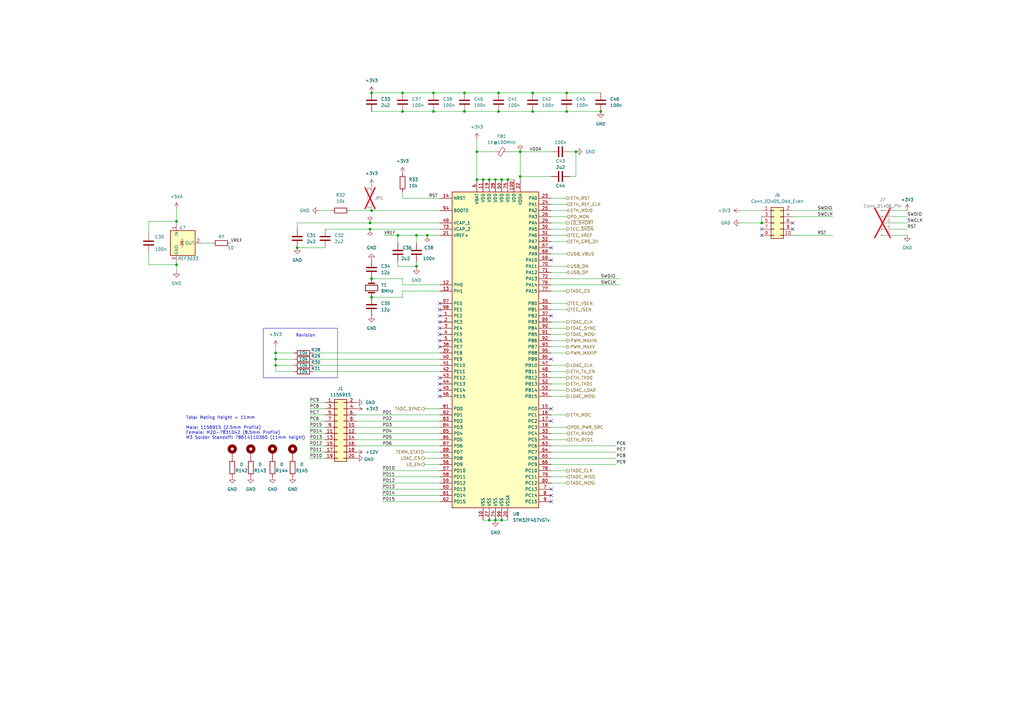
<source format=kicad_sch>
(kicad_sch (version 20230121) (generator eeschema)
  (paper "A3")
  (title_block (title "MCU") (date "2023-11-27") (rev "r0_3") (company "M-Labs Limited") (comment 1 "Linus Woo Chun Kit"))
  (lib_symbols
    (symbol "Connector:Conn_01x05_Pin" (pin_names (offset 1.016) hide)
      (property "Reference" "J" (at 0 7.62 0))
      (property "Value" "Conn_01x05_Pin" (at 0 -7.62 0))
      (symbol "Conn_01x05_Pin_1_1"
        (pin passive line (at 5.08 5.08 180) (length 3.81) (name "Pin_1") (number "1"))
        (pin passive line (at 5.08 2.54 180) (length 3.81) (name "Pin_2") (number "2"))
        (pin passive line (at 5.08 0 180) (length 3.81) (name "Pin_3") (number "3"))
        (pin passive line (at 5.08 -2.54 180) (length 3.81) (name "Pin_4") (number "4"))
        (pin passive line (at 5.08 -5.08 180) (length 3.81) (name "Pin_5") (number "5"))
      )
    )
    (symbol "Connector_Generic:Conn_02x05_Odd_Even" (pin_names (offset 1.016) hide)
      (property "Reference" "J" (at 1.27 7.62 0))
      (property "Value" "Conn_02x05_Odd_Even" (at 1.27 -7.62 0))
      (symbol "Conn_02x05_Odd_Even_1_1"
        (pin passive line (at -5.08 5.08 0) (length 3.81) (name "Pin_1") (number "1"))
        (pin passive line (at 7.62 -5.08 180) (length 3.81) (name "Pin_10") (number "10"))
        (pin passive line (at 7.62 5.08 180) (length 3.81) (name "Pin_2") (number "2"))
        (pin passive line (at -5.08 2.54 0) (length 3.81) (name "Pin_3") (number "3"))
        (pin passive line (at 7.62 2.54 180) (length 3.81) (name "Pin_4") (number "4"))
        (pin passive line (at -5.08 0 0) (length 3.81) (name "Pin_5") (number "5"))
        (pin passive line (at 7.62 0 180) (length 3.81) (name "Pin_6") (number "6"))
        (pin passive line (at -5.08 -2.54 0) (length 3.81) (name "Pin_7") (number "7"))
        (pin passive line (at 7.62 -2.54 180) (length 3.81) (name "Pin_8") (number "8"))
        (pin passive line (at -5.08 -5.08 0) (length 3.81) (name "Pin_9") (number "9"))
      )
    )
    (symbol "Connector_Generic:Conn_02x10_Odd_Even" (pin_names (offset 1.016) hide)
      (property "Reference" "J" (at 1.27 12.7 0))
      (property "Value" "Conn_02x10_Odd_Even" (at 1.27 -15.24 0))
      (symbol "Conn_02x10_Odd_Even_1_1"
        (pin passive line (at -5.08 10.16 0) (length 3.81) (name "Pin_1") (number "1"))
        (pin passive line (at 7.62 0 180) (length 3.81) (name "Pin_10") (number "10"))
        (pin passive line (at -5.08 -2.54 0) (length 3.81) (name "Pin_11") (number "11"))
        (pin passive line (at 7.62 -2.54 180) (length 3.81) (name "Pin_12") (number "12"))
        (pin passive line (at -5.08 -5.08 0) (length 3.81) (name "Pin_13") (number "13"))
        (pin passive line (at 7.62 -5.08 180) (length 3.81) (name "Pin_14") (number "14"))
        (pin passive line (at -5.08 -7.62 0) (length 3.81) (name "Pin_15") (number "15"))
        (pin passive line (at 7.62 -7.62 180) (length 3.81) (name "Pin_16") (number "16"))
        (pin passive line (at -5.08 -10.16 0) (length 3.81) (name "Pin_17") (number "17"))
        (pin passive line (at 7.62 -10.16 180) (length 3.81) (name "Pin_18") (number "18"))
        (pin passive line (at -5.08 -12.7 0) (length 3.81) (name "Pin_19") (number "19"))
        (pin passive line (at 7.62 10.16 180) (length 3.81) (name "Pin_2") (number "2"))
        (pin passive line (at 7.62 -12.7 180) (length 3.81) (name "Pin_20") (number "20"))
        (pin passive line (at -5.08 7.62 0) (length 3.81) (name "Pin_3") (number "3"))
        (pin passive line (at 7.62 7.62 180) (length 3.81) (name "Pin_4") (number "4"))
        (pin passive line (at -5.08 5.08 0) (length 3.81) (name "Pin_5") (number "5"))
        (pin passive line (at 7.62 5.08 180) (length 3.81) (name "Pin_6") (number "6"))
        (pin passive line (at -5.08 2.54 0) (length 3.81) (name "Pin_7") (number "7"))
        (pin passive line (at 7.62 2.54 180) (length 3.81) (name "Pin_8") (number "8"))
        (pin passive line (at -5.08 0 0) (length 3.81) (name "Pin_9") (number "9"))
      )
    )
    (symbol "Device:C" (pin_numbers hide) (pin_names (offset 0.254))
      (property "Reference" "C" (at 0.635 2.54 0))
      (property "Value" "C" (at 0.635 -2.54 0))
      (symbol "C_1_1"
        (pin passive line (at 0 3.81 270) (length 2.794) (name "~") (number "1"))
        (pin passive line (at 0 -3.81 90) (length 2.794) (name "~") (number "2"))
      )
    )
    (symbol "Device:Crystal" (pin_numbers hide) (pin_names (offset 1.016) hide)
      (property "Reference" "Y" (at 0 3.81 0))
      (property "Value" "Crystal" (at 0 -3.81 0))
      (symbol "Crystal_1_1"
        (pin passive line (at -3.81 0 0) (length 1.27) (name "1") (number "1"))
        (pin passive line (at 3.81 0 180) (length 1.27) (name "2") (number "2"))
      )
    )
    (symbol "Device:FerriteBead_Small" (pin_numbers hide) (pin_names (offset 0))
      (property "Reference" "FB" (at 1.905 1.27 0))
      (property "Value" "FerriteBead_Small" (at 1.905 -1.27 0))
      (symbol "FerriteBead_Small_1_1"
        (pin passive line (at 0 2.54 270) (length 1.27) (name "~") (number "1"))
        (pin passive line (at 0 -2.54 90) (length 1.27) (name "~") (number "2"))
      )
    )
    (symbol "Device:R" (pin_numbers hide) (pin_names (offset 0))
      (property "Reference" "R" (at 2.032 0 90))
      (property "Value" "R" (at 0 0 90))
      (symbol "R_1_1"
        (pin passive line (at 0 3.81 270) (length 1.27) (name "~") (number "1"))
        (pin passive line (at 0 -3.81 90) (length 1.27) (name "~") (number "2"))
      )
    )
    (symbol "Jumper:Jumper_2_Open" (pin_names (offset 0) hide)
      (property "Reference" "JP" (at 0 2.794 0))
      (property "Value" "Jumper_2_Open" (at 0 -2.286 0))
      (symbol "Jumper_2_Open_1_1"
        (pin passive line (at -5.08 0 0) (length 2.54) (name "A") (number "1"))
        (pin passive line (at 5.08 0 180) (length 2.54) (name "B") (number "2"))
      )
    )
    (symbol "MCU_ST_STM32F4:STM32F407VGTx"
      (property "Reference" "U" (at -17.78 64.77 0))
      (property "Value" "STM32F407VGTx" (at 12.7 64.77 0))
      (symbol "STM32F407VGTx_1_1"
        (pin bidirectional line (at -22.86 12.7 0) (length 5.08) (name "PE2") (number "1"))
        (pin power_in line (at -5.08 -71.12 90) (length 5.08) (name "VSS") (number "10"))
        (pin power_in line (at 7.62 68.58 270) (length 5.08) (name "VDD") (number "100"))
        (pin power_in line (at -5.08 68.58 270) (length 5.08) (name "VDD") (number "11"))
        (pin input line (at -22.86 25.4 0) (length 5.08) (name "PH0") (number "12"))
        (pin input line (at -22.86 22.86 0) (length 5.08) (name "PH1") (number "13"))
        (pin input line (at -22.86 60.96 0) (length 5.08) (name "NRST") (number "14"))
        (pin bidirectional line (at 22.86 -25.4 180) (length 5.08) (name "PC0") (number "15"))
        (pin bidirectional line (at 22.86 -27.94 180) (length 5.08) (name "PC1") (number "16"))
        (pin bidirectional line (at 22.86 -30.48 180) (length 5.08) (name "PC2") (number "17"))
        (pin bidirectional line (at 22.86 -33.02 180) (length 5.08) (name "PC3") (number "18"))
        (pin power_in line (at -2.54 68.58 270) (length 5.08) (name "VDD") (number "19"))
        (pin bidirectional line (at -22.86 10.16 0) (length 5.08) (name "PE3") (number "2"))
        (pin power_in line (at 5.08 -71.12 90) (length 5.08) (name "VSSA") (number "20"))
        (pin power_in line (at -22.86 45.72 0) (length 5.08) (name "VREF+") (number "21"))
        (pin power_in line (at 10.16 68.58 270) (length 5.08) (name "VDDA") (number "22"))
        (pin bidirectional line (at 22.86 60.96 180) (length 5.08) (name "PA0") (number "23"))
        (pin bidirectional line (at 22.86 58.42 180) (length 5.08) (name "PA1") (number "24"))
        (pin bidirectional line (at 22.86 55.88 180) (length 5.08) (name "PA2") (number "25"))
        (pin bidirectional line (at 22.86 53.34 180) (length 5.08) (name "PA3") (number "26"))
        (pin power_in line (at -2.54 -71.12 90) (length 5.08) (name "VSS") (number "27"))
        (pin power_in line (at 0 68.58 270) (length 5.08) (name "VDD") (number "28"))
        (pin bidirectional line (at 22.86 50.8 180) (length 5.08) (name "PA4") (number "29"))
        (pin bidirectional line (at -22.86 7.62 0) (length 5.08) (name "PE4") (number "3"))
        (pin bidirectional line (at 22.86 48.26 180) (length 5.08) (name "PA5") (number "30"))
        (pin bidirectional line (at 22.86 45.72 180) (length 5.08) (name "PA6") (number "31"))
        (pin bidirectional line (at 22.86 43.18 180) (length 5.08) (name "PA7") (number "32"))
        (pin bidirectional line (at 22.86 -35.56 180) (length 5.08) (name "PC4") (number "33"))
        (pin bidirectional line (at 22.86 -38.1 180) (length 5.08) (name "PC5") (number "34"))
        (pin bidirectional line (at 22.86 17.78 180) (length 5.08) (name "PB0") (number "35"))
        (pin bidirectional line (at 22.86 15.24 180) (length 5.08) (name "PB1") (number "36"))
        (pin bidirectional line (at 22.86 12.7 180) (length 5.08) (name "PB2") (number "37"))
        (pin bidirectional line (at -22.86 0 0) (length 5.08) (name "PE7") (number "38"))
        (pin bidirectional line (at -22.86 -2.54 0) (length 5.08) (name "PE8") (number "39"))
        (pin bidirectional line (at -22.86 5.08 0) (length 5.08) (name "PE5") (number "4"))
        (pin bidirectional line (at -22.86 -5.08 0) (length 5.08) (name "PE9") (number "40"))
        (pin bidirectional line (at -22.86 -7.62 0) (length 5.08) (name "PE10") (number "41"))
        (pin bidirectional line (at -22.86 -10.16 0) (length 5.08) (name "PE11") (number "42"))
        (pin bidirectional line (at -22.86 -12.7 0) (length 5.08) (name "PE12") (number "43"))
        (pin bidirectional line (at -22.86 -15.24 0) (length 5.08) (name "PE13") (number "44"))
        (pin bidirectional line (at -22.86 -17.78 0) (length 5.08) (name "PE14") (number "45"))
        (pin bidirectional line (at -22.86 -20.32 0) (length 5.08) (name "PE15") (number "46"))
        (pin bidirectional line (at 22.86 -7.62 180) (length 5.08) (name "PB10") (number "47"))
        (pin bidirectional line (at 22.86 -10.16 180) (length 5.08) (name "PB11") (number "48"))
        (pin power_in line (at -22.86 50.8 0) (length 5.08) (name "VCAP_1") (number "49"))
        (pin bidirectional line (at -22.86 2.54 0) (length 5.08) (name "PE6") (number "5"))
        (pin power_in line (at 2.54 68.58 270) (length 5.08) (name "VDD") (number "50"))
        (pin bidirectional line (at 22.86 -12.7 180) (length 5.08) (name "PB12") (number "51"))
        (pin bidirectional line (at 22.86 -15.24 180) (length 5.08) (name "PB13") (number "52"))
        (pin bidirectional line (at 22.86 -17.78 180) (length 5.08) (name "PB14") (number "53"))
        (pin bidirectional line (at 22.86 -20.32 180) (length 5.08) (name "PB15") (number "54"))
        (pin bidirectional line (at -22.86 -45.72 0) (length 5.08) (name "PD8") (number "55"))
        (pin bidirectional line (at -22.86 -48.26 0) (length 5.08) (name "PD9") (number "56"))
        (pin bidirectional line (at -22.86 -50.8 0) (length 5.08) (name "PD10") (number "57"))
        (pin bidirectional line (at -22.86 -53.34 0) (length 5.08) (name "PD11") (number "58"))
        (pin bidirectional line (at -22.86 -55.88 0) (length 5.08) (name "PD12") (number "59"))
        (pin power_in line (at -7.62 68.58 270) (length 5.08) (name "VBAT") (number "6"))
        (pin bidirectional line (at -22.86 -58.42 0) (length 5.08) (name "PD13") (number "60"))
        (pin bidirectional line (at -22.86 -60.96 0) (length 5.08) (name "PD14") (number "61"))
        (pin bidirectional line (at -22.86 -63.5 0) (length 5.08) (name "PD15") (number "62"))
        (pin bidirectional line (at 22.86 -40.64 180) (length 5.08) (name "PC6") (number "63"))
        (pin bidirectional line (at 22.86 -43.18 180) (length 5.08) (name "PC7") (number "64"))
        (pin bidirectional line (at 22.86 -45.72 180) (length 5.08) (name "PC8") (number "65"))
        (pin bidirectional line (at 22.86 -48.26 180) (length 5.08) (name "PC9") (number "66"))
        (pin bidirectional line (at 22.86 40.64 180) (length 5.08) (name "PA8") (number "67"))
        (pin bidirectional line (at 22.86 38.1 180) (length 5.08) (name "PA9") (number "68"))
        (pin bidirectional line (at 22.86 35.56 180) (length 5.08) (name "PA10") (number "69"))
        (pin bidirectional line (at 22.86 -58.42 180) (length 5.08) (name "PC13") (number "7"))
        (pin bidirectional line (at 22.86 33.02 180) (length 5.08) (name "PA11") (number "70"))
        (pin bidirectional line (at 22.86 30.48 180) (length 5.08) (name "PA12") (number "71"))
        (pin bidirectional line (at 22.86 27.94 180) (length 5.08) (name "PA13") (number "72"))
        (pin power_in line (at -22.86 48.26 0) (length 5.08) (name "VCAP_2") (number "73"))
        (pin power_in line (at 0 -71.12 90) (length 5.08) (name "VSS") (number "74"))
        (pin power_in line (at 5.08 68.58 270) (length 5.08) (name "VDD") (number "75"))
        (pin bidirectional line (at 22.86 25.4 180) (length 5.08) (name "PA14") (number "76"))
        (pin bidirectional line (at 22.86 22.86 180) (length 5.08) (name "PA15") (number "77"))
        (pin bidirectional line (at 22.86 -50.8 180) (length 5.08) (name "PC10") (number "78"))
        (pin bidirectional line (at 22.86 -53.34 180) (length 5.08) (name "PC11") (number "79"))
        (pin bidirectional line (at 22.86 -60.96 180) (length 5.08) (name "PC14") (number "8"))
        (pin bidirectional line (at 22.86 -55.88 180) (length 5.08) (name "PC12") (number "80"))
        (pin bidirectional line (at -22.86 -25.4 0) (length 5.08) (name "PD0") (number "81"))
        (pin bidirectional line (at -22.86 -27.94 0) (length 5.08) (name "PD1") (number "82"))
        (pin bidirectional line (at -22.86 -30.48 0) (length 5.08) (name "PD2") (number "83"))
        (pin bidirectional line (at -22.86 -33.02 0) (length 5.08) (name "PD3") (number "84"))
        (pin bidirectional line (at -22.86 -35.56 0) (length 5.08) (name "PD4") (number "85"))
        (pin bidirectional line (at -22.86 -38.1 0) (length 5.08) (name "PD5") (number "86"))
        (pin bidirectional line (at -22.86 -40.64 0) (length 5.08) (name "PD6") (number "87"))
        (pin bidirectional line (at -22.86 -43.18 0) (length 5.08) (name "PD7") (number "88"))
        (pin bidirectional line (at 22.86 10.16 180) (length 5.08) (name "PB3") (number "89"))
        (pin bidirectional line (at 22.86 -63.5 180) (length 5.08) (name "PC15") (number "9"))
        (pin bidirectional line (at 22.86 7.62 180) (length 5.08) (name "PB4") (number "90"))
        (pin bidirectional line (at 22.86 5.08 180) (length 5.08) (name "PB5") (number "91"))
        (pin bidirectional line (at 22.86 2.54 180) (length 5.08) (name "PB6") (number "92"))
        (pin bidirectional line (at 22.86 0 180) (length 5.08) (name "PB7") (number "93"))
        (pin input line (at -22.86 55.88 0) (length 5.08) (name "BOOT0") (number "94"))
        (pin bidirectional line (at 22.86 -2.54 180) (length 5.08) (name "PB8") (number "95"))
        (pin bidirectional line (at 22.86 -5.08 180) (length 5.08) (name "PB9") (number "96"))
        (pin bidirectional line (at -22.86 17.78 0) (length 5.08) (name "PE0") (number "97"))
        (pin bidirectional line (at -22.86 15.24 0) (length 5.08) (name "PE1") (number "98"))
        (pin power_in line (at 2.54 -71.12 90) (length 5.08) (name "VSS") (number "99"))
      )
    )
    (symbol "Mechanical:MountingHole_Pad" (pin_numbers hide) (pin_names (offset 1.016) hide)
      (property "Reference" "H" (at 0 6.35 0))
      (property "Value" "MountingHole_Pad" (at 0 4.445 0))
      (symbol "MountingHole_Pad_1_1"
        (pin input line (at 0 -2.54 90) (length 2.54) (name "1") (number "1"))
      )
    )
    (symbol "Reference_Voltage:REF3033" (pin_names (offset 0.254))
      (property "Reference" "U" (at 0 6.35 0))
      (property "Value" "REF3033" (at 2.54 -6.35 0))
      (symbol "REF3033_1_1"
        (pin power_in line (at -2.54 7.62 270) (length 2.54) (name "IN") (number "1"))
        (pin power_out line (at 7.62 0 180) (length 2.54) (name "OUT") (number "2"))
        (pin power_in line (at -2.54 -7.62 90) (length 2.54) (name "GND") (number "3"))
      )
    )
    (symbol "power:+12V" (power) (pin_names (offset 0))
      (property "Value" "+12V" (at 0 3.556 0))
      (symbol "+12V_1_1"
        (pin power_in line (at 0 0 90) (length 0) hide (name "+12V") (number "1"))
      )
    )
    (symbol "power:+3V3" (power) (pin_names (offset 0))
      (property "Value" "+3V3" (at 0 3.556 0))
      (symbol "+3V3_1_1"
        (pin power_in line (at 0 0 90) (length 0) hide (name "+3V3") (number "1"))
      )
    )
    (symbol "power:+5VA" (power) (pin_names (offset 0))
      (property "Value" "+5VA" (at 0 3.556 0))
      (symbol "+5VA_1_1"
        (pin power_in line (at 0 0 90) (length 0) hide (name "+5VA") (number "1"))
      )
    )
    (symbol "power:GND" (power) (pin_names (offset 0))
      (property "Value" "GND" (at 0 -3.81 0))
      (symbol "GND_1_1"
        (pin power_in line (at 0 0 270) (length 0) hide (name "GND") (number "1"))
      )
    )
    (symbol "power:PWR_FLAG" (power) (pin_numbers hide) (pin_names (offset 0) hide)
      (property "Value" "PWR_FLAG" (at 0 3.81 0))
      (symbol "PWR_FLAG_0_0"
        (pin power_out line (at 0 0 90) (length 0) (name "pwr") (number "1"))
      )
    )
  )
  (junction (at 165.1 38.1))
  (junction (at 152.4 114.3))
  (junction (at 198.12 73.66))
  (junction (at 205.74 213.36))
  (junction (at 177.8 38.1))
  (junction (at 213.36 72.39))
  (junction (at 236.22 62.23))
  (junction (at 152.4 38.1))
  (junction (at 195.58 73.66))
  (junction (at 121.92 101.6))
  (junction (at 72.39 90.805))
  (junction (at 200.66 73.66))
  (junction (at 170.815 96.52))
  (junction (at 203.2 213.36))
  (junction (at 151.765 91.44))
  (junction (at 175.26 96.52))
  (junction (at 204.47 38.1))
  (junction (at 152.4 86.36))
  (junction (at 177.8 45.72))
  (junction (at 232.41 45.72))
  (junction (at 200.66 213.36))
  (junction (at 208.28 73.66))
  (junction (at 113.03 144.78))
  (junction (at 190.5 45.72))
  (junction (at 165.1 45.72))
  (junction (at 203.2 73.66))
  (junction (at 232.41 38.1))
  (junction (at 213.36 62.23))
  (junction (at 170.815 109.22))
  (junction (at 190.5 38.1))
  (junction (at 204.47 45.72))
  (junction (at 113.03 147.32))
  (junction (at 218.44 38.1))
  (junction (at 246.38 45.72))
  (junction (at 151.765 93.98))
  (junction (at 205.74 73.66))
  (junction (at 152.4 121.92))
  (junction (at 195.58 62.23))
  (junction (at 312.42 91.44))
  (junction (at 218.44 45.72))
  (junction (at 72.39 108.585))
  (junction (at 113.03 149.86))
  (junction (at 163.195 96.52))
  (no_connect (at 312.42 96.52))
  (no_connect (at 325.12 93.98))
  (no_connect (at 325.12 91.44))
  (no_connect (at 180.34 157.48))
  (no_connect (at 180.34 154.94))
  (no_connect (at 312.42 93.98))
  (no_connect (at 226.06 172.72))
  (no_connect (at 226.06 101.6))
  (no_connect (at 226.06 200.66))
  (no_connect (at 226.06 203.2))
  (no_connect (at 226.06 205.74))
  (no_connect (at 226.06 106.68))
  (no_connect (at 226.06 129.54))
  (no_connect (at 180.34 129.54))
  (no_connect (at 180.34 124.46))
  (no_connect (at 180.34 127))
  (no_connect (at 226.06 147.32))
  (no_connect (at 226.06 167.64))
  (no_connect (at 180.34 162.56))
  (no_connect (at 180.34 160.02))
  (no_connect (at 180.34 132.08))
  (no_connect (at 180.34 134.62))
  (no_connect (at 180.34 137.16))
  (no_connect (at 180.34 139.7))
  (no_connect (at 180.34 142.24))
  (wire (pts (xy 226.06 180.34) (xy 232.41 180.34)))
  (wire (pts (xy 156.845 205.74) (xy 180.34 205.74)))
  (wire (pts (xy 226.06 170.18) (xy 232.41 170.18)))
  (wire (pts (xy 226.06 160.02) (xy 232.41 160.02)))
  (wire (pts (xy 226.06 99.06) (xy 232.41 99.06)))
  (wire (pts (xy 165.1 116.84) (xy 180.34 116.84)))
  (wire (pts (xy 226.06 104.14) (xy 232.41 104.14)))
  (wire (pts (xy 170.815 109.22) (xy 170.815 109.855)))
  (wire (pts (xy 127 175.26) (xy 133.35 175.26)))
  (wire (pts (xy 156.845 203.2) (xy 180.34 203.2)))
  (wire (pts (xy 72.39 85.725) (xy 72.39 90.805)))
  (wire (pts (xy 226.06 86.36) (xy 232.41 86.36)))
  (polyline (pts (xy 107.95 154.94) (xy 138.43 154.94)))
  (wire (pts (xy 127 167.64) (xy 133.35 167.64)))
  (wire (pts (xy 175.26 96.52) (xy 180.34 96.52)))
  (wire (pts (xy 372.11 91.44) (xy 366.395 91.44)))
  (wire (pts (xy 198.12 213.36) (xy 200.66 213.36)))
  (wire (pts (xy 218.44 45.72) (xy 232.41 45.72)))
  (wire (pts (xy 312.42 88.9) (xy 312.42 91.44)))
  (wire (pts (xy 165.1 81.28) (xy 180.34 81.28)))
  (wire (pts (xy 233.68 72.39) (xy 236.22 72.39)))
  (wire (pts (xy 146.05 180.34) (xy 180.34 180.34)))
  (wire (pts (xy 146.05 172.72) (xy 180.34 172.72)))
  (wire (pts (xy 72.39 108.585) (xy 60.96 108.585)))
  (wire (pts (xy 372.11 96.52) (xy 366.395 96.52)))
  (wire (pts (xy 195.58 62.23) (xy 203.2 62.23)))
  (wire (pts (xy 121.92 101.6) (xy 133.35 101.6)))
  (wire (pts (xy 170.815 96.52) (xy 170.815 99.695)))
  (wire (pts (xy 173.99 187.96) (xy 180.34 187.96)))
  (wire (pts (xy 325.12 96.52) (xy 341.63 96.52)))
  (wire (pts (xy 203.2 213.36) (xy 205.74 213.36)))
  (wire (pts (xy 226.06 139.7) (xy 232.41 139.7)))
  (polyline (pts (xy 138.43 154.94) (xy 138.43 134.62)))
  (wire (pts (xy 127 185.42) (xy 133.35 185.42)))
  (wire (pts (xy 226.06 116.84) (xy 254 116.84)))
  (wire (pts (xy 204.47 38.1) (xy 218.44 38.1)))
  (wire (pts (xy 113.03 152.4) (xy 120.65 152.4)))
  (wire (pts (xy 151.765 91.44) (xy 180.34 91.44)))
  (wire (pts (xy 128.27 149.86) (xy 180.34 149.86)))
  (wire (pts (xy 170.815 107.315) (xy 170.815 109.22)))
  (wire (pts (xy 113.03 149.86) (xy 120.65 149.86)))
  (wire (pts (xy 152.4 45.72) (xy 165.1 45.72)))
  (wire (pts (xy 127 165.1) (xy 133.35 165.1)))
  (wire (pts (xy 128.27 147.32) (xy 180.34 147.32)))
  (wire (pts (xy 72.39 107.315) (xy 72.39 108.585)))
  (wire (pts (xy 165.1 119.38) (xy 165.1 121.92)))
  (wire (pts (xy 208.28 62.23) (xy 213.36 62.23)))
  (wire (pts (xy 146.05 170.18) (xy 180.34 170.18)))
  (wire (pts (xy 127 172.72) (xy 133.35 172.72)))
  (wire (pts (xy 156.845 193.04) (xy 180.34 193.04)))
  (wire (pts (xy 133.35 93.98) (xy 151.765 93.98)))
  (wire (pts (xy 226.06 177.8) (xy 232.41 177.8)))
  (wire (pts (xy 226.06 193.04) (xy 232.41 193.04)))
  (wire (pts (xy 165.1 81.28) (xy 165.1 78.74)))
  (wire (pts (xy 72.39 90.805) (xy 72.39 92.075)))
  (wire (pts (xy 127 180.34) (xy 133.35 180.34)))
  (wire (pts (xy 113.03 147.32) (xy 113.03 149.86)))
  (wire (pts (xy 372.11 93.98) (xy 366.395 93.98)))
  (wire (pts (xy 226.06 154.94) (xy 232.41 154.94)))
  (wire (pts (xy 156.845 195.58) (xy 180.34 195.58)))
  (wire (pts (xy 213.36 62.23) (xy 213.36 72.39)))
  (wire (pts (xy 226.06 111.76) (xy 232.41 111.76)))
  (wire (pts (xy 226.06 134.62) (xy 232.41 134.62)))
  (wire (pts (xy 127 187.96) (xy 133.35 187.96)))
  (wire (pts (xy 226.06 182.88) (xy 252.73 182.88)))
  (wire (pts (xy 226.06 187.96) (xy 252.73 187.96)))
  (wire (pts (xy 226.06 149.86) (xy 232.41 149.86)))
  (wire (pts (xy 82.55 99.695) (xy 86.995 99.695)))
  (wire (pts (xy 226.06 137.16) (xy 232.41 137.16)))
  (wire (pts (xy 226.06 185.42) (xy 252.73 185.42)))
  (wire (pts (xy 226.06 93.98) (xy 232.41 93.98)))
  (wire (pts (xy 177.8 38.1) (xy 190.5 38.1)))
  (wire (pts (xy 200.66 213.36) (xy 203.2 213.36)))
  (wire (pts (xy 127 177.8) (xy 133.35 177.8)))
  (wire (pts (xy 372.11 88.9) (xy 366.395 88.9)))
  (wire (pts (xy 203.2 73.66) (xy 205.74 73.66)))
  (wire (pts (xy 195.58 62.23) (xy 195.58 73.66)))
  (wire (pts (xy 233.68 62.23) (xy 236.22 62.23)))
  (wire (pts (xy 157.48 96.52) (xy 163.195 96.52)))
  (wire (pts (xy 146.05 182.88) (xy 180.34 182.88)))
  (wire (pts (xy 177.8 45.72) (xy 190.5 45.72)))
  (wire (pts (xy 163.195 109.22) (xy 163.195 107.315)))
  (wire (pts (xy 226.06 190.5) (xy 252.73 190.5)))
  (wire (pts (xy 146.05 175.26) (xy 180.34 175.26)))
  (wire (pts (xy 226.06 198.12) (xy 232.41 198.12)))
  (wire (pts (xy 232.41 38.1) (xy 246.38 38.1)))
  (wire (pts (xy 195.58 73.66) (xy 198.12 73.66)))
  (wire (pts (xy 213.36 62.23) (xy 226.06 62.23)))
  (wire (pts (xy 165.1 121.92) (xy 152.4 121.92)))
  (wire (pts (xy 113.03 144.78) (xy 113.03 147.32)))
  (wire (pts (xy 152.4 86.36) (xy 180.34 86.36)))
  (wire (pts (xy 198.12 73.66) (xy 200.66 73.66)))
  (wire (pts (xy 113.03 144.78) (xy 120.65 144.78)))
  (wire (pts (xy 113.03 149.86) (xy 113.03 152.4)))
  (wire (pts (xy 213.36 72.39) (xy 213.36 73.66)))
  (wire (pts (xy 226.06 124.46) (xy 232.41 124.46)))
  (wire (pts (xy 226.06 152.4) (xy 232.41 152.4)))
  (wire (pts (xy 325.12 86.36) (xy 341.63 86.36)))
  (polyline (pts (xy 107.95 134.62) (xy 107.95 154.94)))
  (wire (pts (xy 226.06 195.58) (xy 232.41 195.58)))
  (wire (pts (xy 156.845 198.12) (xy 180.34 198.12)))
  (wire (pts (xy 163.195 96.52) (xy 170.815 96.52)))
  (wire (pts (xy 113.03 147.32) (xy 120.65 147.32)))
  (wire (pts (xy 208.28 73.66) (xy 210.82 73.66)))
  (wire (pts (xy 165.1 45.72) (xy 177.8 45.72)))
  (wire (pts (xy 173.99 185.42) (xy 180.34 185.42)))
  (wire (pts (xy 165.1 119.38) (xy 180.34 119.38)))
  (wire (pts (xy 226.06 142.24) (xy 232.41 142.24)))
  (wire (pts (xy 372.11 86.36) (xy 366.395 86.36)))
  (wire (pts (xy 165.1 116.84) (xy 165.1 114.3)))
  (wire (pts (xy 226.06 132.08) (xy 232.41 132.08)))
  (wire (pts (xy 121.92 93.98) (xy 121.92 91.44)))
  (wire (pts (xy 213.36 72.39) (xy 226.06 72.39)))
  (wire (pts (xy 236.22 72.39) (xy 236.22 62.23)))
  (wire (pts (xy 205.74 73.66) (xy 208.28 73.66)))
  (wire (pts (xy 226.06 109.22) (xy 232.41 109.22)))
  (wire (pts (xy 113.03 142.24) (xy 113.03 144.78)))
  (wire (pts (xy 156.845 200.66) (xy 180.34 200.66)))
  (wire (pts (xy 163.195 99.695) (xy 163.195 96.52)))
  (wire (pts (xy 303.53 91.44) (xy 312.42 91.44)))
  (wire (pts (xy 218.44 38.1) (xy 232.41 38.1)))
  (wire (pts (xy 226.06 175.26) (xy 232.41 175.26)))
  (wire (pts (xy 226.06 88.9) (xy 232.41 88.9)))
  (wire (pts (xy 60.96 95.885) (xy 60.96 90.805)))
  (wire (pts (xy 232.41 45.72) (xy 246.38 45.72)))
  (wire (pts (xy 226.06 96.52) (xy 232.41 96.52)))
  (wire (pts (xy 195.58 57.15) (xy 195.58 62.23)))
  (wire (pts (xy 226.06 119.38) (xy 232.41 119.38)))
  (wire (pts (xy 173.99 190.5) (xy 180.34 190.5)))
  (wire (pts (xy 72.39 108.585) (xy 72.39 111.125)))
  (wire (pts (xy 190.5 38.1) (xy 204.47 38.1)))
  (wire (pts (xy 165.1 38.1) (xy 177.8 38.1)))
  (wire (pts (xy 152.4 38.1) (xy 165.1 38.1)))
  (wire (pts (xy 204.47 45.72) (xy 218.44 45.72)))
  (wire (pts (xy 60.96 90.805) (xy 72.39 90.805)))
  (wire (pts (xy 170.815 109.22) (xy 163.195 109.22)))
  (wire (pts (xy 226.06 127) (xy 232.41 127)))
  (wire (pts (xy 226.06 81.28) (xy 232.41 81.28)))
  (wire (pts (xy 226.06 83.82) (xy 232.41 83.82)))
  (wire (pts (xy 151.765 93.98) (xy 180.34 93.98)))
  (wire (pts (xy 205.74 213.36) (xy 208.28 213.36)))
  (wire (pts (xy 303.53 86.36) (xy 312.42 86.36)))
  (wire (pts (xy 226.06 144.78) (xy 232.41 144.78)))
  (wire (pts (xy 165.1 114.3) (xy 152.4 114.3)))
  (polyline (pts (xy 107.95 134.62) (xy 138.43 134.62)))
  (wire (pts (xy 143.51 86.36) (xy 152.4 86.36)))
  (wire (pts (xy 226.06 91.44) (xy 232.41 91.44)))
  (wire (pts (xy 130.81 86.36) (xy 135.89 86.36)))
  (wire (pts (xy 121.92 91.44) (xy 151.765 91.44)))
  (wire (pts (xy 226.06 162.56) (xy 232.41 162.56)))
  (wire (pts (xy 190.5 45.72) (xy 204.47 45.72)))
  (wire (pts (xy 127 182.88) (xy 133.35 182.88)))
  (wire (pts (xy 170.815 96.52) (xy 175.26 96.52)))
  (wire (pts (xy 128.27 144.78) (xy 180.34 144.78)))
  (wire (pts (xy 226.06 114.3) (xy 254 114.3)))
  (wire (pts (xy 226.06 157.48) (xy 232.41 157.48)))
  (wire (pts (xy 60.96 108.585) (xy 60.96 103.505)))
  (wire (pts (xy 127 170.18) (xy 133.35 170.18)))
  (wire (pts (xy 146.05 177.8) (xy 180.34 177.8)))
  (wire (pts (xy 325.12 88.9) (xy 341.63 88.9)))
  (wire (pts (xy 173.99 167.64) (xy 180.34 167.64)))
  (wire (pts (xy 128.27 152.4) (xy 180.34 152.4)))
  (wire (pts (xy 200.66 73.66) (xy 203.2 73.66)))
  (text "Revision\n" (at 121.285 138.43 0) (effects (font (size 1.27 1.27)) (justify left bottom)))
  (text "Total Mating Height = 11mm\n\nMale: 1156915 (2.5mm Profile)\nFemale: M20-7831042 (8.5mm Profile)\nM3 Solder Standoff: 78614110360 (11mm height)\n" (at 76.2 180.34 0) (effects (font (size 1.27 1.27)) (justify left bottom)))
  (label "SWCLK" (at 372.11 91.44 0))
  (label "RST" (at 372.11 93.98 0))
  (label "SWDIO" (at 246.38 114.3 0))
  (label "SWCLK" (at 335.28 88.9 0))
  (label "PD11" (at 156.845 195.58 0))
  (label "PD10" (at 127 187.96 0))
  (label "PD15" (at 127 175.26 0))
  (label "PD4" (at 156.845 177.8 0))
  (label "PD10" (at 156.845 193.04 0))
  (label "SWDIO" (at 372.11 88.9 0))
  (label "SWDIO" (at 335.28 86.36 0))
  (label "PD13" (at 127 180.34 0))
  (label "VREF" (at 157.48 96.52 0))
  (label "PC7" (at 127 170.18 0))
  (label "VDDA" (at 217.17 62.23 0))
  (label "PD11" (at 127 185.42 0))
  (label "RST" (at 335.28 96.52 0))
  (label "PC8" (at 127 167.64 0))
  (label "PD12" (at 127 182.88 0))
  (label "PD6" (at 156.845 182.88 0))
  (label "PD15" (at 156.845 205.74 0))
  (label "VREF" (at 94.615 99.695 0))
  (label "PD13" (at 156.845 200.66 0))
  (label "PD14" (at 156.845 203.2 0))
  (label "PC6" (at 252.73 182.88 0))
  (label "PD12" (at 156.845 198.12 0))
  (label "PD3" (at 156.845 175.26 0))
  (label "PD5" (at 156.845 180.34 0))
  (label "PD14" (at 127 177.8 0))
  (label "PC9" (at 252.73 190.5 0))
  (label "PC6" (at 127 172.72 0))
  (label "PC8" (at 252.73 187.96 0))
  (label "SWCLK" (at 246.38 116.84 0))
  (label "RST" (at 175.895 81.28 0))
  (label "PD1" (at 156.845 170.18 0))
  (label "PD2" (at 156.845 172.72 0))
  (label "PC9" (at 127 165.1 0))
  (label "PC7" (at 252.73 185.42 0))
  (hierarchical_label "USB_DP" (shape bidirectional) (at 232.41 111.76 0))
  (hierarchical_label "TEC_VREF" (shape input) (at 232.41 96.52 0))
  (hierarchical_label "ETH_REF_CLK" (shape input) (at 232.41 83.82 0))
  (hierarchical_label "USB_VBUS" (shape input) (at 232.41 104.14 0))
  (hierarchical_label "TADC_CLK" (shape output) (at 232.41 193.04 0))
  (hierarchical_label "TDAC_MOSI" (shape output) (at 232.41 137.16 0))
  (hierarchical_label "PWM_MAXIP" (shape output) (at 232.41 144.78 0))
  (hierarchical_label "USB_DN" (shape bidirectional) (at 232.41 109.22 0))
  (hierarchical_label "ETH_RST" (shape output) (at 232.41 81.28 0))
  (hierarchical_label "TEC_~{SHDN}" (shape output) (at 232.41 93.98 0))
  (hierarchical_label "ETH_TXD1" (shape output) (at 232.41 157.48 0))
  (hierarchical_label "ETH_MDIO" (shape bidirectional) (at 232.41 86.36 0))
  (hierarchical_label "LDAC_MOSI" (shape output) (at 232.41 162.56 0))
  (hierarchical_label "PWM_MAXV" (shape output) (at 232.41 142.24 0))
  (hierarchical_label "POE_PWR_SRC" (shape input) (at 232.41 175.26 0))
  (hierarchical_label "TERM_STAT" (shape input) (at 173.99 185.42 180))
  (hierarchical_label "TADC_CS" (shape output) (at 232.41 119.38 0))
  (hierarchical_label "ETH_RXD0" (shape input) (at 232.41 177.8 0))
  (hierarchical_label "TADC_MISO" (shape input) (at 232.41 195.58 0))
  (hierarchical_label "~{LD_SHORT}" (shape output) (at 232.41 91.44 0))
  (hierarchical_label "LDAC_CS" (shape output) (at 173.99 187.96 180))
  (hierarchical_label "TADC_MOSI" (shape output) (at 232.41 198.12 0))
  (hierarchical_label "ETH_CRS_DV" (shape input) (at 232.41 99.06 0))
  (hierarchical_label "LD_EN" (shape output) (at 173.99 190.5 180))
  (hierarchical_label "TADC_SYNC" (shape output) (at 173.99 167.64 180))
  (hierarchical_label "PWM_MAXIN" (shape output) (at 232.41 139.7 0))
  (hierarchical_label "TEC_ISEN" (shape input) (at 232.41 127 0))
  (hierarchical_label "TEC_VSEN" (shape input) (at 232.41 124.46 0))
  (hierarchical_label "ETH_TX_EN" (shape output) (at 232.41 152.4 0))
  (hierarchical_label "TDAC_SYNC" (shape output) (at 232.41 134.62 0))
  (hierarchical_label "ETH_TXD0" (shape output) (at 232.41 154.94 0))
  (hierarchical_label "PD_MON" (shape input) (at 232.41 88.9 0))
  (hierarchical_label "ETH_RXD1" (shape input) (at 232.41 180.34 0))
  (hierarchical_label "LDAC_LOAD" (shape output) (at 232.41 160.02 0))
  (hierarchical_label "ETH_MDC" (shape output) (at 232.41 170.18 0))
  (hierarchical_label "LDAC_CLK" (shape output) (at 232.41 149.86 0))
  (hierarchical_label "TDAC_CLK" (shape output) (at 232.41 132.08 0))
  (symbol (lib_id "Connector_Generic:Conn_02x05_Odd_Even") (at 317.5 91.44 0) (unit 1)
    (property "Reference" "J6" (at 318.77 80.01 0))
    (property "Value" "Conn_02x05_Odd_Even" (at 318.77 82.55 0))
    (property "Footprint" "kirdy:Adafuit_SWD_Header_4048" (effects hide))
    (property "Datasheet" "https://www.mouser.hk/datasheet/2/737/Adafruit_4048_Web-3358014.pdf" (effects hide))
    (property "MFR_PN" "4048" (effects hide))
  )
  (symbol (lib_id "Device:FerriteBead_Small") (at 205.74 62.23 90) (unit 1)
    (property "Reference" "FB1" (at 205.7019 55.88 90))
    (property "Value" "1K@100MHz" (at 205.7019 58.42 90))
    (property "Footprint" "Inductor_SMD:L_1210_3225Metric" (effects hide))
    (property "MFR_PN" "FBMH3225HM102NT" (effects hide))
    (property "MFR_PN_ALT" "FBMH3225HM102NTV" (effects hide))
  )
  (symbol (lib_id "power:GND") (at 120.015 195.58 0) (unit 1)
    (property "Reference" "#PWR0233" (effects hide))
    (property "Value" "GND" (at 120.015 200.66 0))
  )
  (symbol (lib_id "Device:C") (at 170.815 103.505 180) (unit 1)
    (property "Reference" "C38" (at 175.895 101.6 0))
    (property "Value" "100n" (at 175.895 106.045 0))
    (property "Footprint" "Capacitor_SMD:C_0603_1608Metric" (effects hide))
    (property "MFR_PN" "CL10B104KB8NNWC" (effects hide))
    (property "MFR_PN_ALT" "CL10B104KB8NNNL" (effects hide))
  )
  (symbol (lib_id "power:+3V3") (at 152.4 76.2 0) (unit 1)
    (property "Reference" "#PWR060" (effects hide))
    (property "Value" "+3V3" (at 152.4 71.12 0))
  )
  (symbol (lib_id "Device:C") (at 133.35 97.79 0) (unit 1)
    (property "Reference" "C32" (at 137.16 96.5199 0) (effects (justify left)))
    (property "Value" "2u2" (at 137.16 99.0599 0) (effects (justify left)))
    (property "Footprint" "Capacitor_SMD:C_0603_1608Metric" (effects hide))
    (property "MFR_PN" "CL10B225KP8NNNC" (effects hide))
    (property "MFR_PN_ALT" "CGA3E1X7R0J225K080AC" (effects hide))
  )
  (symbol (lib_id "power:PWR_FLAG") (at 213.36 62.23 0) (unit 1)
    (property "Reference" "#FLG04" (effects hide))
    (property "Value" "PWR_FLAG" (effects hide))
  )
  (symbol (lib_id "Device:R") (at 165.1 74.93 0) (unit 1)
    (property "Reference" "R33" (at 167.64 73.6599 0) (effects (justify left)))
    (property "Value" "10k" (at 167.64 76.1999 0) (effects (justify left)))
    (property "Footprint" "Resistor_SMD:R_0603_1608Metric" (effects hide))
    (property "MFR_PN" "RNCP0603FTD10K0" (effects hide))
    (property "MFR_PN_ALT" "RMCF0603FT10K0" (effects hide))
  )
  (symbol (lib_id "Mechanical:MountingHole_Pad") (at 102.87 185.42 0) (unit 1)
    (property "Reference" "H6" (effects hide))
    (property "Value" "78614110360" (effects hide))
    (property "Footprint" "Mounting_Wuerth:Mounting_Wuerth_WA-SMSI-M3_H11mm_9774110360" (effects hide))
    (property "MFR_PN" "78614110360" (effects hide))
    (property "MFR_PN_ALT" "9774110360R" (effects hide))
  )
  (symbol (lib_id "Device:C") (at 60.96 99.695 0) (unit 1)
    (property "Reference" "C30" (at 63.5 97.155 0) (effects (justify left)))
    (property "Value" "100n" (at 63.5 102.235 0) (effects (justify left)))
    (property "Footprint" "Capacitor_SMD:C_0603_1608Metric" (effects hide))
    (property "MFR_PN" "CL10B104KB8NNWC" (effects hide))
    (property "MFR_PN_ALT" "CL10B104KB8NNNL" (effects hide))
  )
  (symbol (lib_id "Device:C") (at 177.8 41.91 0) (unit 1)
    (property "Reference" "C39" (at 181.61 40.6399 0) (effects (justify left)))
    (property "Value" "100n" (at 181.61 43.1799 0) (effects (justify left)))
    (property "Footprint" "Capacitor_SMD:C_0603_1608Metric" (effects hide))
    (property "MFR_PN" "CL10B104KB8NNWC" (effects hide))
    (property "MFR_PN_ALT" "CL10B104KB8NNNL" (effects hide))
  )
  (symbol (lib_id "Device:C") (at 232.41 41.91 0) (unit 1)
    (property "Reference" "C45" (at 236.22 40.6399 0) (effects (justify left)))
    (property "Value" "100n" (at 236.22 43.1799 0) (effects (justify left)))
    (property "Footprint" "Capacitor_SMD:C_0603_1608Metric" (effects hide))
    (property "MFR_PN" "CL10B104KB8NNWC" (effects hide))
    (property "MFR_PN_ALT" "CL10B104KB8NNNL" (effects hide))
  )
  (symbol (lib_id "Device:C") (at 163.195 103.505 180) (unit 1)
    (property "Reference" "C36" (at 167.005 101.6 0))
    (property "Value" "2u2" (at 166.37 106.045 0))
    (property "Footprint" "Capacitor_SMD:C_0603_1608Metric" (effects hide))
    (property "MFR_PN" "CL10B225KP8NNNC" (effects hide))
    (property "MFR_PN_ALT" "CGA3E1X7R0J225K080AC" (effects hide))
  )
  (symbol (lib_id "Reference_Voltage:REF3033") (at 74.93 99.695 0) (unit 1)
    (property "Reference" "U7" (at 76.2 93.345 0) (effects (justify right)))
    (property "Value" "REF3033" (at 81.28 106.045 0) (effects (font italic) (justify right)))
    (property "Footprint" "Package_TO_SOT_SMD:SOT-23" (effects hide))
    (property "Datasheet" "http://www.ti.com/lit/ds/symlink/ref3033.pdf" (effects hide))
    (property "MFR_PN" "REF3033AIDBZR" (effects hide))
  )
  (symbol (lib_id "Device:R") (at 124.46 149.86 90) (unit 1)
    (property "Reference" "R30" (at 129.54 148.59 90))
    (property "Value" "10k" (at 124.46 149.86 90))
    (property "Footprint" "Resistor_SMD:R_0603_1608Metric" (effects hide))
    (property "MFR_PN" "RNCP0603FTD10K0" (effects hide))
    (property "MFR_PN_ALT" "RMCF0603FT10K0" (effects hide))
  )
  (symbol (lib_id "Device:C") (at 190.5 41.91 0) (unit 1)
    (property "Reference" "C40" (at 194.31 40.6399 0) (effects (justify left)))
    (property "Value" "100n" (at 194.31 43.1799 0) (effects (justify left)))
    (property "Footprint" "Capacitor_SMD:C_0603_1608Metric" (effects hide))
    (property "MFR_PN" "CL10B104KB8NNWC" (effects hide))
    (property "MFR_PN_ALT" "CL10B104KB8NNNL" (effects hide))
  )
  (symbol (lib_id "power:+3V3") (at 165.1 71.12 0) (unit 1)
    (property "Reference" "#PWR063" (effects hide))
    (property "Value" "+3V3" (at 165.1 66.04 0))
  )
  (symbol (lib_id "power:GND") (at 236.22 62.23 90) (unit 1)
    (property "Reference" "#PWR067" (effects hide))
    (property "Value" "GND" (at 240.03 62.2299 90) (effects (justify right)))
  )
  (symbol (lib_id "power:GND") (at 203.2 213.36 0) (unit 1)
    (property "Reference" "#PWR066" (effects hide))
    (property "Value" "GND" (at 203.2 218.44 0))
  )
  (symbol (lib_id "Device:R") (at 102.87 191.77 180) (unit 1)
    (property "Reference" "R143" (at 106.68 193.04 0))
    (property "Value" "0" (at 106.68 190.5 0))
    (property "Footprint" "Resistor_SMD:R_0603_1608Metric" (effects hide))
    (property "MFR_PN" "RMCF0603ZT0R00" (effects hide))
    (property "MFR_PN_ALT" "CR0603-J/-000ELF" (effects hide))
  )
  (symbol (lib_id "Device:C") (at 246.38 41.91 0) (unit 1)
    (property "Reference" "C46" (at 250.19 40.6399 0) (effects (justify left)))
    (property "Value" "100n" (at 250.19 43.1799 0) (effects (justify left)))
    (property "Footprint" "Capacitor_SMD:C_0603_1608Metric" (effects hide))
    (property "MFR_PN" "CL10B104KB8NNWC" (effects hide))
    (property "MFR_PN_ALT" "CL10B104KB8NNNL" (effects hide))
  )
  (symbol (lib_id "Jumper:Jumper_2_Open") (at 152.4 81.28 90) (unit 1) (dnp yes)
    (property "Reference" "JP1" (at 153.67 81.28 90) (effects (justify right)))
    (property "Value" "DNP" (effects hide))
    (property "Footprint" "Connector_PinHeader_2.54mm:PinHeader_1x02_P2.54mm_Vertical" (effects hide))
  )
  (symbol (lib_id "power:+3V3") (at 303.53 86.36 90) (unit 1)
    (property "Reference" "#PWR069" (effects hide))
    (property "Value" "+3V3" (at 299.72 86.3599 90) (effects (justify left)))
  )
  (symbol (lib_id "Device:C") (at 218.44 41.91 0) (unit 1)
    (property "Reference" "C42" (at 222.25 40.6399 0) (effects (justify left)))
    (property "Value" "100n" (at 222.25 43.1799 0) (effects (justify left)))
    (property "Footprint" "Capacitor_SMD:C_0603_1608Metric" (effects hide))
    (property "MFR_PN" "CL10B104KB8NNWC" (effects hide))
    (property "MFR_PN_ALT" "CL10B104KB8NNNL" (effects hide))
  )
  (symbol (lib_id "Device:Crystal") (at 152.4 118.11 90) (unit 1)
    (property "Reference" "Y1" (at 156.21 116.8399 90) (effects (justify right)))
    (property "Value" "8MHz" (at 156.21 119.3799 90) (effects (justify right)))
    (property "Footprint" "Crystal:Crystal_SMD_5032-2Pin_5.0x3.2mm" (effects hide))
    (property "MFR_PN" "ECS-80-12-30Q-DS-TR" (effects hide))
    (property "MFR_PN_ALT" "ECS-80-12-30-JGN-TR" (effects hide))
  )
  (symbol (lib_id "power:PWR_FLAG") (at 151.765 93.98 180) (unit 1)
    (property "Reference" "#FLG02" (effects hide))
    (property "Value" "PWR_FLAG" (effects hide))
  )
  (symbol (lib_id "power:GND") (at 95.25 195.58 0) (unit 1)
    (property "Reference" "#PWR0230" (effects hide))
    (property "Value" "GND" (at 95.25 200.66 0))
  )
  (symbol (lib_id "Mechanical:MountingHole_Pad") (at 95.25 185.42 0) (unit 1)
    (property "Reference" "H5" (effects hide))
    (property "Value" "78614110360" (effects hide))
    (property "Footprint" "Mounting_Wuerth:Mounting_Wuerth_WA-SMSI-M3_H11mm_9774110360" (effects hide))
    (property "Datasheet" "~" (at 95.25 185.42 0))
    (property "MFR_PN" "78614110360" (effects hide))
    (property "MFR_PN_ALT" "9774110360R" (effects hide))
  )
  (symbol (lib_id "power:+12V") (at 146.05 185.42 270) (unit 1)
    (property "Reference" "#PWR0167" (effects hide))
    (property "Value" "+12V" (at 149.86 185.42 90) (effects (justify left)))
    (instances (project "kirdy" (path "" (reference "#PWR0167") (unit 1)) (path "" (reference "#PWR0234") (unit 1))))
  )
  (symbol (lib_id "MCU_ST_STM32F4:STM32F407VGTx") (at 203.2 142.24 0) (unit 1)
    (property "Reference" "U8" (at 210.2994 210.82 0) (effects (justify left)))
    (property "Value" "STM32F407VGTx" (at 210.2994 213.36 0) (effects (justify left)))
    (property "Footprint" "Package_QFP:LQFP-100_14x14mm_P0.5mm" (effects hide))
    (property "Datasheet" "http://www.st.com/st-web-ui/static/active/en/resource/technical/document/datasheet/DM00037051.pdf" (effects hide))
    (property "MFR_PN" "STM32F407VGT6" (effects hide))
  )
  (symbol (lib_id "Device:R") (at 124.46 147.32 90) (unit 1)
    (property "Reference" "R29" (at 129.54 146.05 90))
    (property "Value" "10k" (at 124.46 147.32 90))
    (property "Footprint" "Resistor_SMD:R_0603_1608Metric" (effects hide))
    (property "MFR_PN" "RNCP0603FTD10K0" (effects hide))
    (property "MFR_PN_ALT" "RMCF0603FT10K0" (effects hide))
  )
  (symbol (lib_id "power:PWR_FLAG") (at 151.765 91.44 0) (unit 1)
    (property "Reference" "#FLG01" (effects hide))
    (property "Value" "PWR_FLAG" (effects hide))
  )
  (symbol (lib_id "power:+3V3") (at 113.03 142.24 0) (unit 1)
    (property "Reference" "#PWR053" (effects hide))
    (property "Value" "+3V3" (at 113.03 137.16 0))
  )
  (symbol (lib_id "power:GND") (at 102.87 195.58 0) (unit 1)
    (property "Reference" "#PWR0231" (effects hide))
    (property "Value" "GND" (at 102.87 200.66 0))
  )
  (symbol (lib_id "Device:C") (at 229.87 62.23 90) (unit 1)
    (property "Reference" "C43" (at 229.87 66.04 90))
    (property "Value" "100n" (at 229.87 58.42 90))
    (property "Footprint" "Capacitor_SMD:C_0603_1608Metric" (effects hide))
    (property "MFR_PN" "CL10B104KB8NNWC" (effects hide))
    (property "MFR_PN_ALT" "CL10B104KB8NNNL" (effects hide))
  )
  (symbol (lib_id "power:GND") (at 146.05 165.1 90) (unit 1)
    (property "Reference" "#PWR056" (effects hide))
    (property "Value" "GND" (at 149.86 165.1 90) (effects (justify right)))
  )
  (symbol (lib_id "power:GND") (at 72.39 111.125 0) (unit 1)
    (property "Reference" "#PWR052" (effects hide))
    (property "Value" "GND" (at 72.39 116.205 0))
  )
  (symbol (lib_id "Device:R") (at 95.25 191.77 180) (unit 1)
    (property "Reference" "R142" (at 99.06 193.04 0))
    (property "Value" "0" (at 99.06 190.5 0))
    (property "Footprint" "Resistor_SMD:R_0603_1608Metric" (effects hide))
    (property "MFR_PN" "RMCF0603ZT0R00" (effects hide))
    (property "MFR_PN_ALT" "CR0603-J/-000ELF" (effects hide))
  )
  (symbol (lib_id "power:GND") (at 111.76 195.58 0) (unit 1)
    (property "Reference" "#PWR0232" (effects hide))
    (property "Value" "GND" (at 111.76 200.66 0))
  )
  (symbol (lib_id "Device:C") (at 229.87 72.39 90) (unit 1)
    (property "Reference" "C44" (at 229.87 76.2 90))
    (property "Value" "2u2" (at 229.87 68.58 90))
    (property "Footprint" "Capacitor_SMD:C_0603_1608Metric" (effects hide))
    (property "MFR_PN" "CL10B225KP8NNNC" (effects hide))
    (property "MFR_PN_ALT" "CGA3E1X7R0J225K080AC" (effects hide))
  )
  (symbol (lib_id "Device:C") (at 165.1 41.91 0) (unit 1)
    (property "Reference" "C37" (at 168.91 40.6399 0) (effects (justify left)))
    (property "Value" "100n" (at 168.91 43.1799 0) (effects (justify left)))
    (property "Footprint" "Capacitor_SMD:C_0603_1608Metric" (effects hide))
    (property "MFR_PN" "CL10B104KB8NNWC" (effects hide))
    (property "MFR_PN_ALT" "CL10B104KB8NNNL" (effects hide))
  )
  (symbol (lib_id "Device:R") (at 124.46 144.78 90) (unit 1)
    (property "Reference" "R28" (at 129.54 143.51 90))
    (property "Value" "10k" (at 124.46 144.78 90))
    (property "Footprint" "Resistor_SMD:R_0603_1608Metric" (effects hide))
    (property "MFR_PN" "RNCP0603FTD10K0" (effects hide))
    (property "MFR_PN_ALT" "RMCF0603FT10K0" (effects hide))
  )
  (symbol (lib_id "power:GND") (at 246.38 45.72 0) (unit 1)
    (property "Reference" "#PWR068" (effects hide))
    (property "Value" "GND" (at 246.38 50.8 0))
  )
  (symbol (lib_id "Device:R") (at 124.46 152.4 90) (unit 1)
    (property "Reference" "R31" (at 129.54 151.13 90))
    (property "Value" "10k" (at 124.46 152.4 90))
    (property "Footprint" "Resistor_SMD:R_0603_1608Metric" (effects hide))
    (property "MFR_PN" "RNCP0603FTD10K0" (effects hide))
    (property "MFR_PN_ALT" "RMCF0603FT10K0" (effects hide))
  )
  (symbol (lib_id "power:GND") (at 152.4 129.54 0) (unit 1)
    (property "Reference" "#PWR062" (effects hide))
    (property "Value" "GND" (at 152.4 134.62 0))
  )
  (symbol (lib_id "power:PWR_FLAG") (at 175.26 96.52 180) (unit 1)
    (property "Reference" "#FLG03" (effects hide))
    (property "Value" "PWR_FLAG" (effects hide))
  )
  (symbol (lib_id "Device:C") (at 204.47 41.91 0) (unit 1)
    (property "Reference" "C41" (at 208.28 40.6399 0) (effects (justify left)))
    (property "Value" "100n" (at 208.28 43.1799 0) (effects (justify left)))
    (property "Footprint" "Capacitor_SMD:C_0603_1608Metric" (effects hide))
    (property "MFR_PN" "CL10B104KB8NNWC" (effects hide))
    (property "MFR_PN_ALT" "CL10B104KB8NNNL" (effects hide))
  )
  (symbol (lib_id "Connector:Conn_01x05_Pin") (at 361.315 91.44 0) (unit 1) (dnp yes)
    (property "Reference" "J7" (at 361.95 81.915 0))
    (property "Value" "Conn_01x05_Pin" (at 361.95 84.455 0))
    (property "Footprint" "Connector_PinHeader_2.54mm:PinHeader_1x05_P2.54mm_Vertical" (effects hide))
  )
  (symbol (lib_id "power:GND") (at 372.11 96.52 0) (unit 1)
    (property "Reference" "#PWR072" (effects hide))
    (property "Value" "GND" (at 372.11 101.6 0))
  )
  (symbol (lib_id "Device:R") (at 111.76 191.77 180) (unit 1)
    (property "Reference" "R144" (at 115.57 193.04 0))
    (property "Value" "0" (at 115.57 190.5 0))
    (property "Footprint" "Resistor_SMD:R_0603_1608Metric" (effects hide))
    (property "MFR_PN" "RMCF0603ZT0R00" (effects hide))
    (property "MFR_PN_ALT" "CR0603-J/-000ELF" (effects hide))
  )
  (symbol (lib_id "power:GND") (at 130.81 86.36 270) (unit 1)
    (property "Reference" "#PWR055" (effects hide))
    (property "Value" "GND" (at 127 86.3599 90) (effects (justify right)))
  )
  (symbol (lib_id "Device:C") (at 121.92 97.79 0) (unit 1)
    (property "Reference" "C31" (at 125.73 96.5199 0) (effects (justify left)))
    (property "Value" "2u2" (at 125.73 99.0599 0) (effects (justify left)))
    (property "Footprint" "Capacitor_SMD:C_0603_1608Metric" (effects hide))
    (property "MFR_PN" "CL10B225KP8NNNC" (effects hide))
    (property "MFR_PN_ALT" "CGA3E1X7R0J225K080AC" (effects hide))
  )
  (symbol (lib_id "Device:R") (at 139.7 86.36 90) (unit 1)
    (property "Reference" "R32" (at 139.7 80.01 90))
    (property "Value" "10k" (at 139.7 82.55 90))
    (property "Footprint" "Resistor_SMD:R_0603_1608Metric" (effects hide))
    (property "MFR_PN" "RNCP0603FTD10K0" (effects hide))
    (property "MFR_PN_ALT" "RMCF0603FT10K0" (effects hide))
  )
  (symbol (lib_id "power:+3V3") (at 195.58 57.15 0) (unit 1)
    (property "Reference" "#PWR065" (effects hide))
    (property "Value" "+3V3" (at 195.58 52.07 0))
  )
  (symbol (lib_id "power:GND") (at 170.815 109.855 0) (unit 1)
    (property "Reference" "#PWR064" (effects hide))
    (property "Value" "GND" (at 170.815 114.935 0))
  )
  (symbol (lib_id "power:GND") (at 146.05 187.96 90) (unit 1)
    (property "Reference" "#PWR058" (effects hide))
    (property "Value" "GND" (at 149.225 188.3938 90) (effects (justify right)))
  )
  (symbol (lib_id "power:+3V3") (at 372.11 86.36 0) (unit 1)
    (property "Reference" "#PWR071" (effects hide))
    (property "Value" "+3V3" (at 372.11 81.915 0))
  )
  (symbol (lib_id "power:GND") (at 303.53 91.44 270) (unit 1)
    (property "Reference" "#PWR070" (effects hide))
    (property "Value" "GND" (at 299.72 91.4399 90) (effects (justify right)))
  )
  (symbol (lib_id "power:+3V3") (at 146.05 167.64 270) (unit 1)
    (property "Reference" "#PWR057" (effects hide))
    (property "Value" "+3V3" (at 149.86 167.64 90) (effects (justify left)))
  )
  (symbol (lib_id "power:+5VA") (at 72.39 85.725 0) (unit 1)
    (property "Reference" "#PWR?" (effects hide))
    (property "Value" "+5VA" (at 72.39 80.645 0))
    (instances (project "kirdy" (path "" (reference "#PWR?") (unit 1)) (path "" (reference "#PWR051") (unit 1))))
  )
  (symbol (lib_id "Mechanical:MountingHole_Pad") (at 111.76 185.42 0) (unit 1)
    (property "Reference" "H7" (effects hide))
    (property "Value" "78614110360" (effects hide))
    (property "Footprint" "Mounting_Wuerth:Mounting_Wuerth_WA-SMSI-M3_H11mm_9774110360" (effects hide))
    (property "MFR_PN" "78614110360" (effects hide))
    (property "MFT_PN_ALT" "9774110360R" (effects hide))
  )
  (symbol (lib_id "Mechanical:MountingHole_Pad") (at 120.015 185.42 0) (unit 1)
    (property "Reference" "H8" (effects hide))
    (property "Value" "78614110360" (effects hide))
    (property "Footprint" "Mounting_Wuerth:Mounting_Wuerth_WA-SMSI-M3_H11mm_9774110360" (effects hide))
    (property "MFR_PN" "78614110360" (effects hide))
    (property "MFR_PN_ALT" "9774110360R" (effects hide))
  )
  (symbol (lib_id "power:GND") (at 121.92 101.6 0) (unit 1)
    (property "Reference" "#PWR054" (effects hide))
    (property "Value" "GND" (at 121.92 106.68 0))
  )
  (symbol (lib_id "Device:C") (at 152.4 125.73 0) (unit 1)
    (property "Reference" "C35" (at 156.21 124.4599 0) (effects (justify left)))
    (property "Value" "12p" (at 156.21 126.9999 0) (effects (justify left)))
    (property "Footprint" "Capacitor_SMD:C_0603_1608Metric" (effects hide))
    (property "MFR_PN" "0603N120J500CT" (effects hide))
    (property "MFR_PN_ALT" "C0603C120K5HAC7867" (effects hide))
  )
  (symbol (lib_id "power:+3V3") (at 152.4 38.1 0) (unit 1)
    (property "Reference" "#PWR059" (effects hide))
    (property "Value" "+3V3" (at 152.4 33.02 0))
  )
  (symbol (lib_id "Device:C") (at 152.4 41.91 0) (unit 1)
    (property "Reference" "C33" (at 156.21 40.6399 0) (effects (justify left)))
    (property "Value" "2u2" (at 156.21 43.1799 0) (effects (justify left)))
    (property "Footprint" "Capacitor_SMD:C_0603_1608Metric" (effects hide))
    (property "MFR_PN" "CL10B225KP8NNNC" (effects hide))
    (property "MFR_PN_ALT" "CGA3E1X7R0J225K080AC" (effects hide))
  )
  (symbol (lib_id "Device:R") (at 90.805 99.695 90) (unit 1)
    (property "Reference" "R?" (at 90.805 97.155 90))
    (property "Value" "10" (at 94.615 101.6 90))
    (property "Footprint" "Resistor_SMD:R_0603_1608Metric" (effects hide))
    (property "MFR_PN" "RT0603BRD0710RL" (effects hide))
    (property "MFR_PN_ALT" "WR06X10R0FTL" (effects hide))
    (instances (project "kirdy" (path "" (reference "R?") (unit 1)) (path "" (reference "R27") (unit 1))))
  )
  (symbol (lib_id "Device:C") (at 152.4 110.49 0) (unit 1)
    (property "Reference" "C34" (at 156.21 109.2199 0) (effects (justify left)))
    (property "Value" "12p" (at 156.21 111.7599 0) (effects (justify left)))
    (property "Footprint" "Capacitor_SMD:C_0603_1608Metric" (effects hide))
    (property "MFR_PN" "0603N120J500CT" (effects hide))
    (property "MFR_PN_ALT" "C0603C120K5HAC7867" (effects hide))
  )
  (symbol (lib_id "power:GND") (at 152.4 106.68 180) (unit 1)
    (property "Reference" "#PWR061" (effects hide))
    (property "Value" "GND" (at 152.4 101.6 0))
  )
  (symbol (lib_id "Device:R") (at 120.015 191.77 180) (unit 1)
    (property "Reference" "R145" (at 123.825 193.04 0))
    (property "Value" "0" (at 123.825 190.5 0))
    (property "Footprint" "Resistor_SMD:R_0603_1608Metric" (effects hide))
    (property "MFR_PN" "RMCF0603ZT0R00" (effects hide))
    (property "MFR_PN_ALT" "CR0603-J/-000ELF" (effects hide))
  )
  (symbol (lib_id "Connector_Generic:Conn_02x10_Odd_Even") (at 138.43 175.26 0) (unit 1)
    (property "Reference" "J1" (at 139.7 159.385 0))
    (property "Value" "1156915" (at 139.7 161.925 0))
    (property "Footprint" "kirdy:1156915" (effects hide))
    (property "MFR_PN" "1156915" (effects hide))
  )
)
</source>
